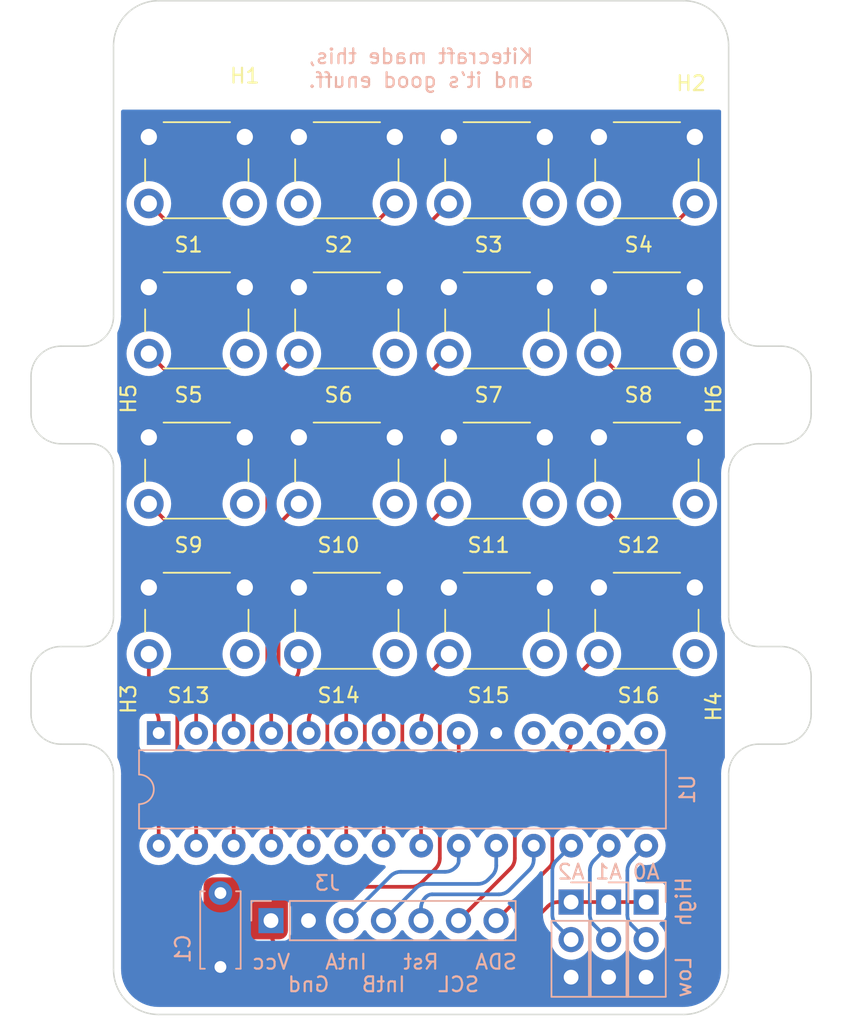
<source format=kicad_pcb>
(kicad_pcb (version 20211014) (generator pcbnew)
  (layers (0 "F.Cu" signal) (31 "B.Cu" signal) (34 "B.Paste" user) (35 "F.Paste" user) (36 "B.SilkS" user "B.Silkscreen") (37 "F.SilkS" user "F.Silkscreen") (38 "B.Mask" user) (39 "F.Mask" user) (44 "Edge.Cuts" user))
  (net 0 "")
  (net 1 "+3V3")
  (net 2 "GND")
  (net 21 "Net-(J3-Pad3)")
  (net 22 "Net-(J3-Pad6)")
  (net 23 "Net-(J3-Pad7)")
  (net 24 "Net-(J3-Pad4)")
  (net 25 "Net-(J3-Pad5)")
  (net 26 "Net-(S1-Pad1)")
  (net 27 "Net-(S2-Pad2)")
  (net 28 "Net-(S3-Pad1)")
  (net 29 "Net-(S4-Pad2)")
  (net 30 "Net-(S5-Pad1)")
  (net 31 "Net-(S6-Pad1)")
  (net 32 "Net-(S7-Pad1)")
  (net 33 "Net-(S8-Pad1)")
  (net 34 "Net-(S9-Pad1)")
  (net 35 "Net-(S10-Pad1)")
  (net 36 "Net-(S11-Pad1)")
  (net 37 "Net-(S12-Pad1)")
  (net 38 "Net-(S13-Pad1)")
  (net 39 "Net-(S14-Pad1)")
  (net 40 "Net-(S15-Pad1)")
  (net 41 "Net-(S16-Pad1)")
  (net 42 "Net-(A0-Pad2)")
  (net 43 "Net-(A1-Pad2)")
  (net 44 "Net-(A2-Pad2)")
  (footprint "Kitecraft_Buttons:SW_PUSH_6mm_H4.3mm" (layer "F.Cu") (at 121.92 87.63 90)
    (fp_text reference "S8" (at -5.08 -0.508) (layer "F.SilkS"))
    (fp_text value "MJTP1230")
    (pad "1" thru_hole circle (at -2.286 -3.198 270) (size 2 2) (drill 1.1) (layers *.Cu *.Mask) (net 33 "Net-(S8-Pad1)"))
    (pad "2" thru_hole circle (at -2.286 3.302 270) (size 2 2) (drill 1.1) (layers *.Cu *.Mask))
    (pad "3" thru_hole circle (at 2.214 -3.198 270) (size 2 2) (drill 1.1) (layers *.Cu *.Mask) (net 2 "GND"))
    (pad "4" thru_hole circle (at 2.214 3.302 270) (size 2 2) (drill 1.1) (layers *.Cu *.Mask) (net 2 "GND"))
  )
  (footprint "Kitecraft_Buttons:SW_PUSH_6mm_H4.3mm" (layer "F.Cu") (at 121.92 107.95 90)
    (fp_text reference "S16" (at -5.08 -0.508) (layer "F.SilkS"))
    (fp_text value "MJTP1230")
    (pad "1" thru_hole circle (at -2.286 -3.198 270) (size 2 2) (drill 1.1) (layers *.Cu *.Mask) (net 41 "Net-(S16-Pad1)"))
    (pad "2" thru_hole circle (at -2.286 3.302 270) (size 2 2) (drill 1.1) (layers *.Cu *.Mask))
    (pad "3" thru_hole circle (at 2.214 -3.198 270) (size 2 2) (drill 1.1) (layers *.Cu *.Mask) (net 2 "GND"))
    (pad "4" thru_hole circle (at 2.214 3.302 270) (size 2 2) (drill 1.1) (layers *.Cu *.Mask) (net 2 "GND"))
  )
  (footprint "Kitecraft_Buttons:SW_PUSH_6mm_H4.3mm" (layer "F.Cu") (at 111.76 107.95 90)
    (fp_text reference "S15" (at -5.08 -0.508) (layer "F.SilkS"))
    (fp_text value "MJTP1230")
    (pad "1" thru_hole circle (at -2.286 -3.198 270) (size 2 2) (drill 1.1) (layers *.Cu *.Mask) (net 40 "Net-(S15-Pad1)"))
    (pad "2" thru_hole circle (at -2.286 3.302 270) (size 2 2) (drill 1.1) (layers *.Cu *.Mask))
    (pad "3" thru_hole circle (at 2.214 -3.198 270) (size 2 2) (drill 1.1) (layers *.Cu *.Mask) (net 2 "GND"))
    (pad "4" thru_hole circle (at 2.214 3.302 270) (size 2 2) (drill 1.1) (layers *.Cu *.Mask) (net 2 "GND"))
  )
  (footprint "Kitecraft_Buttons:SW_PUSH_6mm_H4.3mm" (layer "F.Cu") (at 91.44 87.63 90)
    (fp_text reference "S5" (at -5.08 -0.508) (layer "F.SilkS"))
    (fp_text value "MJTP1230")
    (pad "1" thru_hole circle (at -2.286 -3.198 270) (size 2 2) (drill 1.1) (layers *.Cu *.Mask) (net 30 "Net-(S5-Pad1)"))
    (pad "2" thru_hole circle (at -2.286 3.302 270) (size 2 2) (drill 1.1) (layers *.Cu *.Mask))
    (pad "3" thru_hole circle (at 2.214 -3.198 270) (size 2 2) (drill 1.1) (layers *.Cu *.Mask) (net 2 "GND"))
    (pad "4" thru_hole circle (at 2.214 3.302 270) (size 2 2) (drill 1.1) (layers *.Cu *.Mask) (net 2 "GND"))
  )
  (footprint "Kitecraft_Buttons:SW_PUSH_6mm_H4.3mm" (layer "F.Cu") (at 91.44 97.79 90)
    (fp_text reference "S9" (at -5.08 -0.508) (layer "F.SilkS"))
    (fp_text value "MJTP1230")
    (pad "1" thru_hole circle (at -2.286 -3.198 270) (size 2 2) (drill 1.1) (layers *.Cu *.Mask) (net 34 "Net-(S9-Pad1)"))
    (pad "2" thru_hole circle (at -2.286 3.302 270) (size 2 2) (drill 1.1) (layers *.Cu *.Mask))
    (pad "3" thru_hole circle (at 2.214 -3.198 270) (size 2 2) (drill 1.1) (layers *.Cu *.Mask) (net 2 "GND"))
    (pad "4" thru_hole circle (at 2.214 3.302 270) (size 2 2) (drill 1.1) (layers *.Cu *.Mask) (net 2 "GND"))
  )
  (footprint "Kitecraft_Buttons:SW_PUSH_6mm_H4.3mm" (layer "F.Cu") (at 91.44 107.95 90)
    (fp_text reference "S13" (at -5.08 -0.508) (layer "F.SilkS"))
    (fp_text value "MJTP1230")
    (pad "1" thru_hole circle (at -2.286 -3.198 270) (size 2 2) (drill 1.1) (layers *.Cu *.Mask) (net 38 "Net-(S13-Pad1)"))
    (pad "2" thru_hole circle (at -2.286 3.302 270) (size 2 2) (drill 1.1) (layers *.Cu *.Mask))
    (pad "3" thru_hole circle (at 2.214 -3.198 270) (size 2 2) (drill 1.1) (layers *.Cu *.Mask) (net 2 "GND"))
    (pad "4" thru_hole circle (at 2.214 3.302 270) (size 2 2) (drill 1.1) (layers *.Cu *.Mask) (net 2 "GND"))
  )
  (footprint "MountingHole:MountingHole_2.2mm_M2" (layer "F.Cu") (at 83.312 113.03)
    (fp_text reference "H3" (at 3.556 0.254 90) (layer "F.SilkS"))
    (fp_text value "MountingHole")
    (pad "" np_thru_hole circle (at 0 0) (size 2.2 2.2) (drill 2.2) (layers *.Cu *.Mask))
  )
  (footprint "Kitecraft_Buttons:SW_PUSH_6mm_H4.3mm" (layer "F.Cu") (at 91.44 77.47 90)
    (fp_text reference "S1" (at -5.08 -0.508) (layer "F.SilkS"))
    (fp_text value "MJTP1230")
    (pad "1" thru_hole circle (at -2.286 -3.198 270) (size 2 2) (drill 1.1) (layers *.Cu *.Mask) (net 26 "Net-(S1-Pad1)"))
    (pad "2" thru_hole circle (at -2.286 3.302 270) (size 2 2) (drill 1.1) (layers *.Cu *.Mask))
    (pad "3" thru_hole circle (at 2.214 -3.198 270) (size 2 2) (drill 1.1) (layers *.Cu *.Mask) (net 2 "GND"))
    (pad "4" thru_hole circle (at 2.214 3.302 270) (size 2 2) (drill 1.1) (layers *.Cu *.Mask) (net 2 "GND"))
  )
  (footprint "MountingHole:MountingHole_2.2mm_M2" (layer "F.Cu") (at 83.312 92.71)
    (fp_text reference "H5" (at 3.556 0.254 90) (layer "F.SilkS"))
    (fp_text value "MountingHole")
    (pad "" np_thru_hole circle (at 0 0) (size 2.2 2.2) (drill 2.2) (layers *.Cu *.Mask))
  )
  (footprint "MountingHole:MountingHole_2.2mm_M2" (layer "F.Cu") (at 121.92 69.85)
    (fp_text reference "H2" (at 3.048 1.778) (layer "F.SilkS"))
    (fp_text value "MountingHole")
    (pad "" np_thru_hole circle (at 0 0) (size 2.2 2.2) (drill 2.2) (layers *.Cu *.Mask))
  )
  (footprint "Kitecraft_Buttons:SW_PUSH_6mm_H4.3mm" (layer "F.Cu") (at 101.6 87.63 90)
    (fp_text reference "S6" (at -5.08 -0.508) (layer "F.SilkS"))
    (fp_text value "MJTP1230")
    (pad "1" thru_hole circle (at -2.286 -3.198 270) (size 2 2) (drill 1.1) (layers *.Cu *.Mask) (net 31 "Net-(S6-Pad1)"))
    (pad "2" thru_hole circle (at -2.286 3.302 270) (size 2 2) (drill 1.1) (layers *.Cu *.Mask))
    (pad "3" thru_hole circle (at 2.214 -3.198 270) (size 2 2) (drill 1.1) (layers *.Cu *.Mask) (net 2 "GND"))
    (pad "4" thru_hole circle (at 2.214 3.302 270) (size 2 2) (drill 1.1) (layers *.Cu *.Mask) (net 2 "GND"))
  )
  (footprint "MountingHole:MountingHole_2.2mm_M2" (layer "F.Cu") (at 91.44 69.85)
    (fp_text reference "H1" (at 3.302 1.27) (layer "F.SilkS"))
    (fp_text value "MountingHole")
    (pad "" np_thru_hole circle (at 0 0) (size 2.2 2.2) (drill 2.2) (layers *.Cu *.Mask))
  )
  (footprint "Kitecraft_Buttons:SW_PUSH_6mm_H4.3mm" (layer "F.Cu") (at 111.76 87.63 90)
    (fp_text reference "S7" (at -5.08 -0.508) (layer "F.SilkS"))
    (fp_text value "MJTP1230")
    (pad "1" thru_hole circle (at -2.286 -3.198 270) (size 2 2) (drill 1.1) (layers *.Cu *.Mask) (net 32 "Net-(S7-Pad1)"))
    (pad "2" thru_hole circle (at -2.286 3.302 270) (size 2 2) (drill 1.1) (layers *.Cu *.Mask))
    (pad "3" thru_hole circle (at 2.214 -3.198 270) (size 2 2) (drill 1.1) (layers *.Cu *.Mask) (net 2 "GND"))
    (pad "4" thru_hole circle (at 2.214 3.302 270) (size 2 2) (drill 1.1) (layers *.Cu *.Mask) (net 2 "GND"))
  )
  (footprint "Kitecraft_Buttons:SW_PUSH_6mm_H4.3mm" (layer "F.Cu") (at 111.76 77.47 90)
    (fp_text reference "S3" (at -5.08 -0.508) (layer "F.SilkS"))
    (fp_text value "MJTP1230")
    (pad "1" thru_hole circle (at -2.286 -3.198 270) (size 2 2) (drill 1.1) (layers *.Cu *.Mask) (net 28 "Net-(S3-Pad1)"))
    (pad "2" thru_hole circle (at -2.286 3.302 270) (size 2 2) (drill 1.1) (layers *.Cu *.Mask))
    (pad "3" thru_hole circle (at 2.214 -3.198 270) (size 2 2) (drill 1.1) (layers *.Cu *.Mask) (net 2 "GND"))
    (pad "4" thru_hole circle (at 2.214 3.302 270) (size 2 2) (drill 1.1) (layers *.Cu *.Mask) (net 2 "GND"))
  )
  (footprint "Kitecraft_Buttons:SW_PUSH_6mm_H4.3mm" (layer "F.Cu") (at 101.6 97.79 90)
    (fp_text reference "S10" (at -5.08 -0.508) (layer "F.SilkS"))
    (fp_text value "MJTP1230")
    (pad "1" thru_hole circle (at -2.286 -3.198 270) (size 2 2) (drill 1.1) (layers *.Cu *.Mask) (net 35 "Net-(S10-Pad1)"))
    (pad "2" thru_hole circle (at -2.286 3.302 270) (size 2 2) (drill 1.1) (layers *.Cu *.Mask))
    (pad "3" thru_hole circle (at 2.214 -3.198 270) (size 2 2) (drill 1.1) (layers *.Cu *.Mask) (net 2 "GND"))
    (pad "4" thru_hole circle (at 2.214 3.302 270) (size 2 2) (drill 1.1) (layers *.Cu *.Mask) (net 2 "GND"))
  )
  (footprint "Kitecraft_Buttons:SW_PUSH_6mm_H4.3mm" (layer "F.Cu") (at 111.76 97.79 90)
    (fp_text reference "S11" (at -5.08 -0.508) (layer "F.SilkS"))
    (fp_text value "MJTP1230")
    (pad "1" thru_hole circle (at -2.286 -3.198 270) (size 2 2) (drill 1.1) (layers *.Cu *.Mask) (net 36 "Net-(S11-Pad1)"))
    (pad "2" thru_hole circle (at -2.286 3.302 270) (size 2 2) (drill 1.1) (layers *.Cu *.Mask))
    (pad "3" thru_hole circle (at 2.214 -3.198 270) (size 2 2) (drill 1.1) (layers *.Cu *.Mask) (net 2 "GND"))
    (pad "4" thru_hole circle (at 2.214 3.302 270) (size 2 2) (drill 1.1) (layers *.Cu *.Mask) (net 2 "GND"))
  )
  (footprint "MountingHole:MountingHole_2.2mm_M2" (layer "F.Cu") (at 130.048 92.71)
    (fp_text reference "H6" (at -3.556 0.254 90) (layer "F.SilkS"))
    (fp_text value "MountingHole")
    (pad "" np_thru_hole circle (at 0 0) (size 2.2 2.2) (drill 2.2) (layers *.Cu *.Mask))
  )
  (footprint "MountingHole:MountingHole_2.2mm_M2" (layer "F.Cu") (at 130.048 113.03)
    (fp_text reference "H4" (at -3.556 0.762 90) (layer "F.SilkS"))
    (fp_text value "MountingHole")
    (pad "" np_thru_hole circle (at 0 0) (size 2.2 2.2) (drill 2.2) (layers *.Cu *.Mask))
  )
  (footprint "Kitecraft_Buttons:SW_PUSH_6mm_H4.3mm" (layer "F.Cu") (at 121.92 97.79 90)
    (fp_text reference "S12" (at -5.08 -0.508) (layer "F.SilkS"))
    (fp_text value "MJTP1230")
    (pad "1" thru_hole circle (at -2.286 -3.198 270) (size 2 2) (drill 1.1) (layers *.Cu *.Mask) (net 37 "Net-(S12-Pad1)"))
    (pad "2" thru_hole circle (at -2.286 3.302 270) (size 2 2) (drill 1.1) (layers *.Cu *.Mask))
    (pad "3" thru_hole circle (at 2.214 -3.198 270) (size 2 2) (drill 1.1) (layers *.Cu *.Mask) (net 2 "GND"))
    (pad "4" thru_hole circle (at 2.214 3.302 270) (size 2 2) (drill 1.1) (layers *.Cu *.Mask) (net 2 "GND"))
  )
  (footprint "Kitecraft_Buttons:SW_PUSH_6mm_H4.3mm" (layer "F.Cu") (at 121.92 77.47 90)
    (fp_text reference "S4" (at -5.08 -0.508) (layer "F.SilkS"))
    (fp_text value "MJTP1230")
    (pad "1" thru_hole circle (at -2.286 -3.198 270) (size 2 2) (drill 1.1) (layers *.Cu *.Mask))
    (pad "2" thru_hole circle (at -2.286 3.302 270) (size 2 2) (drill 1.1) (layers *.Cu *.Mask) (net 29 "Net-(S4-Pad2)"))
    (pad "3" thru_hole circle (at 2.214 -3.198 270) (size 2 2) (drill 1.1) (layers *.Cu *.Mask) (net 2 "GND"))
    (pad "4" thru_hole circle (at 2.214 3.302 270) (size 2 2) (drill 1.1) (layers *.Cu *.Mask) (net 2 "GND"))
  )
  (footprint "Kitecraft_Buttons:SW_PUSH_6mm_H4.3mm" (layer "F.Cu") (at 101.6 107.95 90)
    (fp_text reference "S14" (at -5.08 -0.508) (layer "F.SilkS"))
    (fp_text value "MJTP1230")
    (pad "1" thru_hole circle (at -2.286 -3.198 270) (size 2 2) (drill 1.1) (layers *.Cu *.Mask) (net 39 "Net-(S14-Pad1)"))
    (pad "2" thru_hole circle (at -2.286 3.302 270) (size 2 2) (drill 1.1) (layers *.Cu *.Mask))
    (pad "3" thru_hole circle (at 2.214 -3.198 270) (size 2 2) (drill 1.1) (layers *.Cu *.Mask) (net 2 "GND"))
    (pad "4" thru_hole circle (at 2.214 3.302 270) (size 2 2) (drill 1.1) (layers *.Cu *.Mask) (net 2 "GND"))
  )
  (footprint "Kitecraft_Buttons:SW_PUSH_6mm_H4.3mm" (layer "F.Cu") (at 101.6 77.47 90)
    (fp_text reference "S2" (at -5.08 -0.508) (layer "F.SilkS"))
    (fp_text value "MJTP1230")
    (pad "1" thru_hole circle (at -2.286 -3.198 270) (size 2 2) (drill 1.1) (layers *.Cu *.Mask))
    (pad "2" thru_hole circle (at -2.286 3.302 270) (size 2 2) (drill 1.1) (layers *.Cu *.Mask) (net 27 "Net-(S2-Pad2)"))
    (pad "3" thru_hole circle (at 2.214 -3.198 270) (size 2 2) (drill 1.1) (layers *.Cu *.Mask) (net 2 "GND"))
    (pad "4" thru_hole circle (at 2.214 3.302 270) (size 2 2) (drill 1.1) (layers *.Cu *.Mask) (net 2 "GND"))
  )
  (footprint "Connector_PinHeader_2.54mm:PinHeader_1x07_P2.54mm_Vertical" (layer "B.Cu") (at 96.515 128.27 -90)
    (fp_text reference "J3" (at -2.54 -3.815) (layer "B.SilkS") (effects (justify mirror)))
    (fp_text value "Conn_01x07")
    (pad "1" thru_hole rect (at 0 0 270) (size 1.7 1.7) (drill 1) (layers *.Cu *.Mask) (net 1 "+3V3"))
    (pad "2" thru_hole oval (at 0 -2.54 270) (size 1.7 1.7) (drill 1) (layers *.Cu *.Mask) (net 2 "GND"))
    (pad "3" thru_hole oval (at 0 -5.08 270) (size 1.7 1.7) (drill 1) (layers *.Cu *.Mask) (net 21 "Net-(J3-Pad3)"))
    (pad "4" thru_hole oval (at 0 -7.62 270) (size 1.7 1.7) (drill 1) (layers *.Cu *.Mask) (net 24 "Net-(J3-Pad4)"))
    (pad "5" thru_hole oval (at 0 -10.16 270) (size 1.7 1.7) (drill 1) (layers *.Cu *.Mask) (net 25 "Net-(J3-Pad5)"))
    (pad "6" thru_hole oval (at 0 -12.7 270) (size 1.7 1.7) (drill 1) (layers *.Cu *.Mask) (net 22 "Net-(J3-Pad6)"))
    (pad "7" thru_hole oval (at 0 -15.24 270) (size 1.7 1.7) (drill 1) (layers *.Cu *.Mask) (net 23 "Net-(J3-Pad7)"))
  )
  (footprint "Capacitor_THT:C_Disc_D5.0mm_W2.5mm_P5.00mm" (layer "B.Cu") (at 93.091 126.405 -90)
    (fp_text reference "C1" (at 3.77 2.54 -90) (layer "B.SilkS") (effects (justify mirror)))
    (fp_text value "C")
    (pad "1" thru_hole circle (at 0 0 270) (size 1.6 1.6) (drill 0.8) (layers *.Cu *.Mask) (net 1 "+3V3"))
    (pad "2" thru_hole circle (at 5 0 270) (size 1.6 1.6) (drill 0.8) (layers *.Cu *.Mask) (net 2 "GND"))
  )
  (footprint "Kitecraft_Package_DIP:DIP-28_W7.62mm_WithSocket" (layer "B.Cu") (at 88.91 115.58 -90)
    (fp_text reference "U1" (at 3.81 -35.804 90) (layer "B.SilkS") (effects (justify mirror)))
    (fp_text value "MCP23017_SP")
    (pad "1" thru_hole rect (at 0 0 270) (size 1.6 1.6) (drill 0.8) (layers *.Cu *.Mask) (net 38 "Net-(S13-Pad1)"))
    (pad "2" thru_hole oval (at 0 -2.54 270) (size 1.6 1.6) (drill 0.8) (layers *.Cu *.Mask) (net 30 "Net-(S5-Pad1)"))
    (pad "3" thru_hole oval (at 0 -5.08 270) (size 1.6 1.6) (drill 0.8) (layers *.Cu *.Mask) (net 31 "Net-(S6-Pad1)"))
    (pad "4" thru_hole oval (at 0 -7.62 270) (size 1.6 1.6) (drill 0.8) (layers *.Cu *.Mask) (net 39 "Net-(S14-Pad1)"))
    (pad "5" thru_hole oval (at 0 -10.16 270) (size 1.6 1.6) (drill 0.8) (layers *.Cu *.Mask) (net 28 "Net-(S3-Pad1)"))
    (pad "6" thru_hole oval (at 0 -12.7 270) (size 1.6 1.6) (drill 0.8) (layers *.Cu *.Mask) (net 36 "Net-(S11-Pad1)"))
    (pad "7" thru_hole oval (at 0 -15.24 270) (size 1.6 1.6) (drill 0.8) (layers *.Cu *.Mask) (net 41 "Net-(S16-Pad1)"))
    (pad "8" thru_hole oval (at 0 -17.78 270) (size 1.6 1.6) (drill 0.8) (layers *.Cu *.Mask) (net 33 "Net-(S8-Pad1)"))
    (pad "9" thru_hole oval (at 0 -20.32 270) (size 1.6 1.6) (drill 0.8) (layers *.Cu *.Mask) (net 1 "+3V3"))
    (pad "10" thru_hole oval (at 0 -22.86 270) (size 1.6 1.6) (drill 0.8) (layers *.Cu *.Mask) (net 2 "GND"))
    (pad "11" thru_hole oval (at 0 -25.4 270) (size 1.6 1.6) (drill 0.8) (layers *.Cu *.Mask))
    (pad "12" thru_hole oval (at 0 -27.94 270) (size 1.6 1.6) (drill 0.8) (layers *.Cu *.Mask) (net 22 "Net-(J3-Pad6)"))
    (pad "13" thru_hole oval (at 0 -30.48 270) (size 1.6 1.6) (drill 0.8) (layers *.Cu *.Mask) (net 23 "Net-(J3-Pad7)"))
    (pad "14" thru_hole oval (at 0 -33.02 270) (size 1.6 1.6) (drill 0.8) (layers *.Cu *.Mask))
    (pad "15" thru_hole oval (at 7.62 -33.02 270) (size 1.6 1.6) (drill 0.8) (layers *.Cu *.Mask) (net 42 "Net-(A0-Pad2)"))
    (pad "16" thru_hole oval (at 7.62 -30.48 270) (size 1.6 1.6) (drill 0.8) (layers *.Cu *.Mask) (net 43 "Net-(A1-Pad2)"))
    (pad "17" thru_hole oval (at 7.62 -27.94 270) (size 1.6 1.6) (drill 0.8) (layers *.Cu *.Mask) (net 44 "Net-(A2-Pad2)"))
    (pad "18" thru_hole oval (at 7.62 -25.4 270) (size 1.6 1.6) (drill 0.8) (layers *.Cu *.Mask) (net 25 "Net-(J3-Pad5)"))
    (pad "19" thru_hole oval (at 7.62 -22.86 270) (size 1.6 1.6) (drill 0.8) (layers *.Cu *.Mask) (net 24 "Net-(J3-Pad4)"))
    (pad "20" thru_hole oval (at 7.62 -20.32 270) (size 1.6 1.6) (drill 0.8) (layers *.Cu *.Mask) (net 21 "Net-(J3-Pad3)"))
    (pad "21" thru_hole oval (at 7.62 -17.78 270) (size 1.6 1.6) (drill 0.8) (layers *.Cu *.Mask) (net 29 "Net-(S4-Pad2)"))
    (pad "22" thru_hole oval (at 7.62 -15.24 270) (size 1.6 1.6) (drill 0.8) (layers *.Cu *.Mask) (net 37 "Net-(S12-Pad1)"))
    (pad "23" thru_hole oval (at 7.62 -12.7 270) (size 1.6 1.6) (drill 0.8) (layers *.Cu *.Mask) (net 40 "Net-(S15-Pad1)"))
    (pad "24" thru_hole oval (at 7.62 -10.16 270) (size 1.6 1.6) (drill 0.8) (layers *.Cu *.Mask) (net 32 "Net-(S7-Pad1)"))
    (pad "25" thru_hole oval (at 7.62 -7.62 270) (size 1.6 1.6) (drill 0.8) (layers *.Cu *.Mask) (net 27 "Net-(S2-Pad2)"))
    (pad "26" thru_hole oval (at 7.62 -5.08 270) (size 1.6 1.6) (drill 0.8) (layers *.Cu *.Mask) (net 35 "Net-(S10-Pad1)"))
    (pad "27" thru_hole oval (at 7.62 -2.54 270) (size 1.6 1.6) (drill 0.8) (layers *.Cu *.Mask) (net 26 "Net-(S1-Pad1)"))
    (pad "28" thru_hole oval (at 7.62 0 270) (size 1.6 1.6) (drill 0.8) (layers *.Cu *.Mask) (net 34 "Net-(S9-Pad1)"))
  )
  (footprint "Connector_PinHeader_2.54mm:PinHeader_1x03_P2.54mm_Vertical" (layer "B.Cu") (at 119.38 127.015 180)
    (fp_text reference "A1" (at 0 2.047) (layer "B.SilkS") (effects (justify mirror)))
    (fp_text value "Conn_01x03")
    (pad "1" thru_hole rect (at 0 0 180) (size 1.7 1.7) (drill 1) (layers *.Cu *.Mask) (net 1 "+3V3"))
    (pad "2" thru_hole oval (at 0 -2.54 180) (size 1.7 1.7) (drill 1) (layers *.Cu *.Mask) (net 43 "Net-(A1-Pad2)"))
    (pad "3" thru_hole oval (at 0 -5.08 180) (size 1.7 1.7) (drill 1) (layers *.Cu *.Mask) (net 2 "GND"))
  )
  (footprint "Connector_PinHeader_2.54mm:PinHeader_1x03_P2.54mm_Vertical" (layer "B.Cu") (at 116.84 127.015 180)
    (fp_text reference "A2" (at 0 2.047) (layer "B.SilkS") (effects (justify mirror)))
    (fp_text value "Conn_01x03")
    (pad "1" thru_hole rect (at 0 0 180) (size 1.7 1.7) (drill 1) (layers *.Cu *.Mask) (net 1 "+3V3"))
    (pad "2" thru_hole oval (at 0 -2.54 180) (size 1.7 1.7) (drill 1) (layers *.Cu *.Mask) (net 44 "Net-(A2-Pad2)"))
    (pad "3" thru_hole oval (at 0 -5.08 180) (size 1.7 1.7) (drill 1) (layers *.Cu *.Mask) (net 2 "GND"))
  )
  (footprint "Connector_PinHeader_2.54mm:PinHeader_1x03_P2.54mm_Vertical" (layer "B.Cu") (at 121.92 127.015 180)
    (fp_text reference "A0" (at 0 2.047) (layer "B.SilkS") (effects (justify mirror)))
    (fp_text value "Conn_01x03")
    (pad "1" thru_hole rect (at 0 0 180) (size 1.7 1.7) (drill 1) (layers *.Cu *.Mask) (net 1 "+3V3"))
    (pad "2" thru_hole oval (at 0 -2.54 180) (size 1.7 1.7) (drill 1) (layers *.Cu *.Mask) (net 42 "Net-(A0-Pad2)"))
    (pad "3" thru_hole oval (at 0 -5.08 180) (size 1.7 1.7) (drill 1) (layers *.Cu *.Mask) (net 2 "GND"))
  )
  (gr_line (start 129.54 89.408) (end 131.064 89.408) (layer "Edge.Cuts") (width 0.1))
  (gr_arc (start 127.508 131.572) (mid 126.615261 133.727261) (end 124.46 134.62) (layer "Edge.Cuts") (width 0.1))
  (gr_arc (start 83.82 116.332) (mid 85.256841 116.927159) (end 85.852 118.364) (layer "Edge.Cuts") (width 0.1))
  (gr_line (start 83.82 89.408) (end 82.296 89.408) (layer "Edge.Cuts") (width 0.1))
  (gr_arc (start 129.54 89.408) (mid 128.103159 88.812841) (end 127.508 87.376) (layer "Edge.Cuts") (width 0.1))
  (gr_line (start 85.852 69.088) (end 85.852 87.376) (layer "Edge.Cuts") (width 0.1))
  (gr_arc (start 127.508 118.364) (mid 128.103159 116.927159) (end 129.54 116.332) (layer "Edge.Cuts") (width 0.1))
  (gr_line (start 80.264 91.44) (end 80.264 93.98) (layer "Edge.Cuts") (width 0.1))
  (gr_arc (start 82.296 116.332) (mid 80.859159 115.736841) (end 80.264 114.3) (layer "Edge.Cuts") (width 0.1))
  (gr_arc (start 131.064 109.728) (mid 132.500841 110.323159) (end 133.096 111.76) (layer "Edge.Cuts") (width 0.1))
  (gr_line (start 133.096 111.76) (end 133.096 114.3) (layer "Edge.Cuts") (width 0.1))
  (gr_arc (start 131.064 89.408) (mid 132.500841 90.003159) (end 133.096 91.44) (layer "Edge.Cuts") (width 0.1))
  (gr_arc (start 88.9 134.62) (mid 86.744739 133.727261) (end 85.852 131.572) (layer "Edge.Cuts") (width 0.1))
  (gr_line (start 83.82 109.728) (end 82.296 109.728) (layer "Edge.Cuts") (width 0.1))
  (gr_line (start 82.296 96.012) (end 84.328 96.012) (layer "Edge.Cuts") (width 0.1))
  (gr_arc (start 80.264 91.44) (mid 80.859159 90.003159) (end 82.296 89.408) (layer "Edge.Cuts") (width 0.1))
  (gr_arc (start 85.852 69.088) (mid 86.744739 66.932739) (end 88.9 66.04) (layer "Edge.Cuts") (width 0.1))
  (gr_line (start 131.064 96.012) (end 129.54 96.012) (layer "Edge.Cuts") (width 0.1))
  (gr_line (start 124.46 66.04) (end 88.9 66.04) (layer "Edge.Cuts") (width 0.1))
  (gr_line (start 129.54 109.728) (end 131.064 109.728) (layer "Edge.Cuts") (width 0.1))
  (gr_arc (start 133.096 93.98) (mid 132.500841 95.416841) (end 131.064 96.012) (layer "Edge.Cuts") (width 0.1))
  (gr_arc (start 85.852 87.376) (mid 85.256841 88.812841) (end 83.82 89.408) (layer "Edge.Cuts") (width 0.1))
  (gr_line (start 131.064 116.332) (end 129.54 116.332) (layer "Edge.Cuts") (width 0.1))
  (gr_line (start 127.508 118.364) (end 127.508 131.572) (layer "Edge.Cuts") (width 0.1))
  (gr_arc (start 133.096 114.3) (mid 132.500841 115.736841) (end 131.064 116.332) (layer "Edge.Cuts") (width 0.1))
  (gr_arc (start 82.296 96.012) (mid 80.859159 95.416841) (end 80.264 93.98) (layer "Edge.Cuts") (width 0.1))
  (gr_line (start 85.852 97.536) (end 85.852 107.696) (layer "Edge.Cuts") (width 0.1))
  (gr_arc (start 84.328 96.012) (mid 85.40563 96.45837) (end 85.852 97.536) (layer "Edge.Cuts") (width 0.1))
  (gr_arc (start 124.46 66.04) (mid 126.615261 66.932739) (end 127.508 69.088) (layer "Edge.Cuts") (width 0.1))
  (gr_line (start 127.508 87.376) (end 127.508 69.088) (layer "Edge.Cuts") (width 0.1))
  (gr_line (start 88.9 134.62) (end 124.46 134.62) (layer "Edge.Cuts") (width 0.1))
  (gr_line (start 85.852 118.364) (end 85.852 131.572) (layer "Edge.Cuts") (width 0.1))
  (gr_line (start 127.508 98.044) (end 127.508 107.696) (layer "Edge.Cuts") (width 0.1))
  (gr_line (start 80.264 111.76) (end 80.264 114.3) (layer "Edge.Cuts") (width 0.1))
  (gr_line (start 82.296 116.332) (end 83.82 116.332) (layer "Edge.Cuts") (width 0.1))
  (gr_arc (start 80.264 111.76) (mid 80.859159 110.323159) (end 82.296 109.728) (layer "Edge.Cuts") (width 0.1))
  (gr_arc (start 85.852 107.696) (mid 85.256841 109.132841) (end 83.82 109.728) (layer "Edge.Cuts") (width 0.1))
  (gr_arc (start 127.508 98.044) (mid 128.103159 96.607159) (end 129.54 96.012) (layer "Edge.Cuts") (width 0.1))
  (gr_line (start 133.096 91.44) (end 133.096 93.98) (layer "Edge.Cuts") (width 0.1))
  (gr_arc (start 129.54 109.728) (mid 128.103159 109.132841) (end 127.508 107.696) (layer "Edge.Cuts") (width 0.1))
  (gr_text "Rst" (at 106.68 131.064) (layer "B.SilkS") (effects (font (size 1 1)) (justify mirror)))
  (gr_text "Low" (at 124.46 132.08 90) (layer "B.SilkS") (effects (font (size 1 1)) (justify mirror)))
  (gr_text "IntA" (at 101.6 131.064) (layer "B.SilkS") (effects (font (size 1 1)) (justify mirror)))
  (gr_text "Vcc" (at 96.52 131.064) (layer "B.SilkS") (effects (font (size 1 1)) (justify mirror)))
  (gr_text "High" (at 124.46 127 90) (layer "B.SilkS") (effects (font (size 1 1)) (justify mirror)))
  (gr_text "Gnd" (at 99.06 132.588) (layer "B.SilkS") (effects (font (size 1 1)) (justify mirror)))
  (gr_text "SDA\n" (at 111.76 131.064) (layer "B.SilkS") (effects (font (size 1 1)) (justify mirror)))
  (gr_text "Kitecraft made this,\nand it's good enuff." (at 106.68 70.612) (layer "B.SilkS") (effects (font (size 1 1)) (justify mirror)))
  (gr_text "SCL" (at 109.22 132.588) (layer "B.SilkS") (effects (font (size 1 1)) (justify mirror)))
  (gr_text "IntB" (at 104.14 132.588) (layer "B.SilkS") (effects (font (size 1 1)) (justify mirror)))
  (segment (start 108.937107 120.424893) (end 108.242893 121.119107) (width 0.25) (layer "F.Cu") (net 1))
  (segment (start 97.497107 130.517107) (end 96.807893 129.827893) (width 0.25) (layer "F.Cu") (net 1))
  (segment (start 115.262107 127.307893) (end 114.592893 127.977107) (width 0.25) (layer "F.Cu") (net 1))
  (segment (start 109.23 115.58) (end 109.23 119.717786) (width 0.25) (layer "F.Cu") (net 1))
  (segment (start 96.989107 126.276893) (end 96.807893 126.458107) (width 0.25) (layer "F.Cu") (net 1))
  (segment (start 114.3 128.684214) (end 114.3 129.81) (width 0.25) (layer "F.Cu") (net 1))
  (segment (start 119.38 127.015) (end 121.92 127.015) (width 0.25) (layer "F.Cu") (net 1))
  (segment (start 116.84 127.015) (end 119.38 127.015) (width 0.25) (layer "F.Cu") (net 1))
  (segment (start 107.657107 124.752893) (end 106.718893 125.691107) (width 0.25) (layer "F.Cu") (net 1))
  (segment (start 107.95 121.826214) (end 107.95 124.045786) (width 0.25) (layer "F.Cu") (net 1))
  (segment (start 96.515 129.120786) (end 96.515 128.27) (width 0.25) (layer "F.Cu") (net 1))
  (segment (start 116.84 127.015) (end 115.969214 127.015) (width 0.25) (layer "F.Cu") (net 1))
  (segment (start 113.3 130.81) (end 98.204214 130.81) (width 0.25) (layer "F.Cu") (net 1))
  (segment (start 96.515 127.165214) (end 96.515 128.27) (width 0.25) (layer "F.Cu") (net 1))
  (segment (start 106.011786 125.984) (end 97.696214 125.984) (width 0.25) (layer "F.Cu") (net 1))
  (arc (start 115.969214 127.015) (mid 115.586531 127.09112) (end 115.262107 127.307893) (width 0.25) (layer "F.Cu") (net 1))
  (arc (start 97.696214 125.984) (mid 97.313531 126.06012) (end 96.989107 126.276893) (width 0.25) (layer "F.Cu") (net 1))
  (arc (start 96.807893 129.827893) (mid 96.59112 129.503469) (end 96.515 129.120786) (width 0.25) (layer "F.Cu") (net 1))
  (arc (start 108.242893 121.119107) (mid 108.02612 121.44353) (end 107.95 121.826214) (width 0.25) (layer "F.Cu") (net 1))
  (arc (start 98.204214 130.81) (mid 97.821531 130.73388) (end 97.497107 130.517107) (width 0.25) (layer "F.Cu") (net 1))
  (arc (start 96.515 127.165214) (mid 96.59112 126.782531) (end 96.807893 126.458107) (width 0.25) (layer "F.Cu") (net 1))
  (arc (start 113.3 130.81) (mid 114.007107 130.517107) (end 114.3 129.81) (width 0.25) (layer "F.Cu") (net 1))
  (arc (start 114.3 128.684214) (mid 114.37612 128.301531) (end 114.592893 127.977107) (width 0.25) (layer "F.Cu") (net 1))
  (arc (start 108.937107 120.424893) (mid 109.15388 120.10047) (end 109.23 119.717786) (width 0.25) (layer "F.Cu") (net 1))
  (arc (start 106.011786 125.984) (mid 106.394469 125.90788) (end 106.718893 125.691107) (width 0.25) (layer "F.Cu") (net 1))
  (arc (start 107.95 124.045786) (mid 107.87388 124.428469) (end 107.657107 124.752893) (width 0.25) (layer "F.Cu") (net 1))
  (segment (start 94.742 85.416) (end 98.402 85.416) (width 0.25) (layer "B.Cu") (net 2))
  (segment (start 109.23 123.2) (end 109.23 124.201472) (width 0.25) (layer "B.Cu") (net 21))
  (segment (start 109.054264 124.625736) (end 109.004893 124.675107) (width 0.25) (layer "B.Cu") (net 21))
  (segment (start 108.297786 124.968) (end 105.311214 124.968) (width 0.25) (layer "B.Cu") (net 21))
  (segment (start 104.604107 125.260893) (end 101.595 128.27) (width 0.25) (layer "B.Cu") (net 21))
  (arc (start 109.23 124.201472) (mid 109.184328 124.431082) (end 109.054264 124.625736) (width 0.25) (layer "B.Cu") (net 21))
  (arc (start 104.604107 125.260893) (mid 104.92853 125.04412) (end 105.311214 124.968) (width 0.25) (layer "B.Cu") (net 21))
  (arc (start 109.004893 124.675107) (mid 108.68047 124.89188) (end 108.297786 124.968) (width 0.25) (layer "B.Cu") (net 21))
  (segment (start 116.85 116.161786) (end 116.85 115.58) (width 0.25) (layer "F.Cu") (net 22))
  (segment (start 109.215 128.27) (end 112.737107 124.747893) (width 0.25) (layer "F.Cu") (net 22))
  (segment (start 113.03 124.040786) (end 113.03 120.810214) (width 0.25) (layer "F.Cu") (net 22))
  (segment (start 113.322893 120.103107) (end 116.557107 116.868893) (width 0.25) (layer "F.Cu") (net 22))
  (arc (start 116.557107 116.868893) (mid 116.77388 116.54447) (end 116.85 116.161786) (width 0.25) (layer "F.Cu") (net 22))
  (arc (start 113.03 120.810214) (mid 113.10612 120.427531) (end 113.322893 120.103107) (width 0.25) (layer "F.Cu") (net 22))
  (arc (start 113.03 124.040786) (mid 112.95388 124.423469) (end 112.737107 124.747893) (width 0.25) (layer "F.Cu") (net 22))
  (segment (start 119.39 115.58) (end 119.39 116.415786) (width 0.25) (layer "F.Cu") (net 23))
  (segment (start 119.097107 117.122893) (end 115.862893 120.357107) (width 0.25) (layer "F.Cu") (net 23))
  (segment (start 115.57 121.064214) (end 115.57 124.211472) (width 0.25) (layer "F.Cu") (net 23))
  (segment (start 114.3 125.73) (end 114.295 125.73) (width 0.25) (layer "F.Cu") (net 23))
  (segment (start 115.394264 124.635736) (end 114.3 125.73) (width 0.25) (layer "F.Cu") (net 23))
  (segment (start 114.295 125.73) (end 111.755 128.27) (width 0.25) (layer "F.Cu") (net 23))
  (arc (start 115.862893 120.357107) (mid 115.64612 120.68153) (end 115.57 121.064214) (width 0.25) (layer "F.Cu") (net 23))
  (arc (start 115.394264 124.635736) (mid 115.524328 124.441082) (end 115.57 124.211472) (width 0.25) (layer "F.Cu") (net 23))
  (arc (start 119.097107 117.122893) (mid 119.31388 116.79847) (end 119.39 116.415786) (width 0.25) (layer "F.Cu") (net 23))
  (segment (start 107.030734 125.78848) (end 110.525306 125.78848) (width 0.25) (layer "B.Cu") (net 24))
  (segment (start 104.135 128.27) (end 106.323627 126.081373) (width 0.25) (layer "B.Cu") (net 24))
  (segment (start 111.77 124.543786) (end 111.77 123.2) (width 0.25) (layer "B.Cu") (net 24))
  (segment (start 111.232413 125.495587) (end 111.477107 125.250893) (width 0.25) (layer "B.Cu") (net 24))
  (arc (start 106.323627 126.081373) (mid 106.64805 125.8646) (end 107.030734 125.78848) (width 0.25) (layer "B.Cu") (net 24))
  (arc (start 111.477107 125.250893) (mid 111.69388 124.92647) (end 111.77 124.543786) (width 0.25) (layer "B.Cu") (net 24))
  (arc (start 110.525306 125.78848) (mid 110.907989 125.71236) (end 111.232413 125.495587) (width 0.25) (layer "B.Cu") (net 24))
  (segment (start 107.436528 126.492) (end 111.947572 126.492) (width 0.25) (layer "B.Cu") (net 25))
  (segment (start 106.675 128.27) (end 106.675 127.419214) (width 0.25) (layer "B.Cu") (net 25))
  (segment (start 114.31 124.129572) (end 114.31 123.2) (width 0.25) (layer "B.Cu") (net 25))
  (segment (start 106.967893 126.712107) (end 107.012264 126.667736) (width 0.25) (layer "B.Cu") (net 25))
  (segment (start 112.654679 126.199107) (end 114.017107 124.836679) (width 0.25) (layer "B.Cu") (net 25))
  (arc (start 106.967893 126.712107) (mid 106.75112 127.03653) (end 106.675 127.419214) (width 0.25) (layer "B.Cu") (net 25))
  (arc (start 107.012264 126.667736) (mid 107.206918 126.537672) (end 107.436528 126.492) (width 0.25) (layer "B.Cu") (net 25))
  (arc (start 114.31 124.129572) (mid 114.23388 124.512255) (end 114.017107 124.836679) (width 0.25) (layer "B.Cu") (net 25))
  (arc (start 111.947572 126.492) (mid 112.330255 126.41588) (end 112.654679 126.199107) (width 0.25) (layer "B.Cu") (net 25))
  (segment (start 92.71 84.638214) (end 92.71 118.965786) (width 0.25) (layer "F.Cu") (net 26))
  (segment (start 92.417107 119.672893) (end 91.732893 120.357107) (width 0.25) (layer "F.Cu") (net 26))
  (segment (start 91.45 121.93) (end 91.45 123.2) (width 0.25) (layer "F.Cu") (net 26))
  (segment (start 88.242 79.756) (end 92.417107 83.931107) (width 0.25) (layer "F.Cu") (net 26))
  (segment (start 91.44 121.92) (end 91.45 121.93) (width 0.25) (layer "F.Cu") (net 26))
  (segment (start 91.44 121.064214) (end 91.44 121.92) (width 0.25) (layer "F.Cu") (net 26))
  (arc (start 92.71 84.638214) (mid 92.63388 84.255531) (end 92.417107 83.931107) (width 0.25) (layer "F.Cu") (net 26))
  (arc (start 91.732893 120.357107) (mid 91.51612 120.68153) (end 91.44 121.064214) (width 0.25) (layer "F.Cu") (net 26))
  (arc (start 92.417107 119.672893) (mid 92.63388 119.34847) (end 92.71 118.965786) (width 0.25) (layer "F.Cu") (net 26))
  (segment (start 104.902 79.756) (end 100.622893 84.035107) (width 0.25) (layer "F.Cu") (net 27))
  (segment (start 100.037107 111.544893) (end 98.082893 113.499107) (width 0.25) (layer "F.Cu") (net 27))
  (segment (start 96.53 121.676) (end 96.53 123.2) (width 0.25) (layer "F.Cu") (net 27))
  (segment (start 96.52 119.286214) (end 96.52 121.666) (width 0.25) (layer "F.Cu") (net 27))
  (segment (start 97.79 114.206214) (end 97.79 117.187786) (width 0.25) (layer "F.Cu") (net 27))
  (segment (start 97.497107 117.894893) (end 96.812893 118.579107) (width 0.25) (layer "F.Cu") (net 27))
  (segment (start 96.52 121.666) (end 96.53 121.676) (width 0.25) (layer "F.Cu") (net 27))
  (segment (start 100.33 84.742214) (end 100.33 110.837786) (width 0.25) (layer "F.Cu") (net 27))
  (arc (start 97.79 117.187786) (mid 97.71388 117.57047) (end 97.497107 117.894893) (width 0.25) (layer "F.Cu") (net 27))
  (arc (start 98.082893 113.499107) (mid 97.86612 113.82353) (end 97.79 114.206214) (width 0.25) (layer "F.Cu") (net 27))
  (arc (start 100.622893 84.035107) (mid 100.40612 84.35953) (end 100.33 84.742214) (width 0.25) (layer "F.Cu") (net 27))
  (arc (start 96.812893 118.579107) (mid 96.59612 118.90353) (end 96.52 119.286214) (width 0.25) (layer "F.Cu") (net 27))
  (arc (start 100.037107 111.544893) (mid 100.25388 111.22047) (end 100.33 110.837786) (width 0.25) (layer "F.Cu") (net 27))
  (segment (start 108.562 79.756) (end 101.638893 86.679107) (width 0.25) (layer "F.Cu") (net 28))
  (segment (start 101.346 87.386214) (end 101.346 111.599786) (width 0.25) (layer "F.Cu") (net 28))
  (segment (start 101.053107 112.306893) (end 99.362893 113.997107) (width 0.25) (layer "F.Cu") (net 28))
  (segment (start 99.07 114.704214) (end 99.07 115.58) (width 0.25) (layer "F.Cu") (net 28))
  (arc (start 101.053107 112.306893) (mid 101.26988 111.98247) (end 101.346 111.599786) (width 0.25) (layer "F.Cu") (net 28))
  (arc (start 101.346 87.386214) (mid 101.42212 87.003531) (end 101.638893 86.679107) (width 0.25) (layer "F.Cu") (net 28))
  (arc (start 99.362893 113.997107) (mid 99.14612 114.32153) (end 99.07 114.704214) (width 0.25) (layer "F.Cu") (net 28))
  (segment (start 107.95 114.968214) (end 107.95 119.473786) (width 0.25) (layer "F.Cu") (net 29))
  (segment (start 120.743786 113.792) (end 109.126214 113.792) (width 0.25) (layer "F.Cu") (net 29))
  (segment (start 123.19 82.202214) (end 123.19 111.345786) (width 0.25) (layer "F.Cu") (net 29))
  (segment (start 107.657107 120.180893) (end 106.972893 120.865107) (width 0.25) (layer "F.Cu") (net 29))
  (segment (start 125.222 79.756) (end 123.482893 81.495107) (width 0.25) (layer "F.Cu") (net 29))
  (segment (start 106.68 123.19) (end 106.69 123.2) (width 0.25) (layer "F.Cu") (net 29))
  (segment (start 122.897107 112.052893) (end 121.450893 113.499107) (width 0.25) (layer "F.Cu") (net 29))
  (segment (start 106.68 121.572214) (end 106.68 123.19) (width 0.25) (layer "F.Cu") (net 29))
  (segment (start 108.419107 114.084893) (end 108.242893 114.261107) (width 0.25) (layer "F.Cu") (net 29))
  (arc (start 123.482893 81.495107) (mid 123.26612 81.81953) (end 123.19 82.202214) (width 0.25) (layer "F.Cu") (net 29))
  (arc (start 106.972893 120.865107) (mid 106.75612 121.18953) (end 106.68 121.572214) (width 0.25) (layer "F.Cu") (net 29))
  (arc (start 120.743786 113.792) (mid 121.126469 113.71588) (end 121.450893 113.499107) (width 0.25) (layer "F.Cu") (net 29))
  (arc (start 123.19 111.345786) (mid 123.11388 111.728469) (end 122.897107 112.052893) (width 0.25) (layer "F.Cu") (net 29))
  (arc (start 109.126214 113.792) (mid 108.743531 113.86812) (end 108.419107 114.084893) (width 0.25) (layer "F.Cu") (net 29))
  (arc (start 107.657107 120.180893) (mid 107.87388 119.85647) (end 107.95 119.473786) (width 0.25) (layer "F.Cu") (net 29))
  (arc (start 107.95 114.968214) (mid 108.02612 114.585531) (end 108.242893 114.261107) (width 0.25) (layer "F.Cu") (net 29))
  (segment (start 91.45 115.58) (end 91.45 93.538214) (width 0.25) (layer "F.Cu") (net 30))
  (segment (start 88.242 89.916) (end 91.157107 92.831107) (width 0.25) (layer "F.Cu") (net 30))
  (arc (start 91.45 93.538214) (mid 91.37388 93.155531) (end 91.157107 92.831107) (width 0.25) (layer "F.Cu") (net 30))
  (segment (start 93.98 114.3) (end 93.99 114.31) (width 0.25) (layer "F.Cu") (net 31))
  (segment (start 93.98 113.952214) (end 93.98 114.3) (width 0.25) (layer "F.Cu") (net 31))
  (segment (start 93.99 114.31) (end 93.99 115.58) (width 0.25) (layer "F.Cu") (net 31))
  (segment (start 95.973107 111.544893) (end 94.272893 113.245107) (width 0.25) (layer "F.Cu") (net 31))
  (segment (start 98.402 89.916) (end 96.558893 91.759107) (width 0.25) (layer "F.Cu") (net 31))
  (segment (start 96.266 92.466214) (end 96.266 110.837786) (width 0.25) (layer "F.Cu") (net 31))
  (arc (start 93.98 113.952214) (mid 94.05612 113.569531) (end 94.272893 113.245107) (width 0.25) (layer "F.Cu") (net 31))
  (arc (start 96.266 92.466214) (mid 96.34212 92.083531) (end 96.558893 91.759107) (width 0.25) (layer "F.Cu") (net 31))
  (arc (start 96.266 110.837786) (mid 96.18988 111.220469) (end 95.973107 111.544893) (width 0.25) (layer "F.Cu") (net 31))
  (segment (start 102.654893 95.823107) (end 108.562 89.916) (width 0.25) (layer "F.Cu") (net 32))
  (segment (start 100.33 117.441786) (end 100.33 114.460214) (width 0.25) (layer "F.Cu") (net 32))
  (segment (start 99.352893 118.833107) (end 100.037107 118.148893) (width 0.25) (layer "F.Cu") (net 32))
  (segment (start 102.362 111.599786) (end 102.362 96.530214) (width 0.25) (layer "F.Cu") (net 32))
  (segment (start 99.07 121.676) (end 99.06 121.666) (width 0.25) (layer "F.Cu") (net 32))
  (segment (start 99.06 121.666) (end 99.06 119.540214) (width 0.25) (layer "F.Cu") (net 32))
  (segment (start 99.07 123.2) (end 99.07 121.676) (width 0.25) (layer "F.Cu") (net 32))
  (segment (start 100.622893 113.753107) (end 102.069107 112.306893) (width 0.25) (layer "F.Cu") (net 32))
  (arc (start 100.037107 118.148893) (mid 100.25388 117.824469) (end 100.33 117.441786) (width 0.25) (layer "F.Cu") (net 32))
  (arc (start 102.654893 95.823107) (mid 102.43812 96.14753) (end 102.362 96.530214) (width 0.25) (layer "F.Cu") (net 32))
  (arc (start 100.33 114.460214) (mid 100.40612 114.077531) (end 100.622893 113.753107) (width 0.25) (layer "F.Cu") (net 32))
  (arc (start 99.06 119.540214) (mid 99.13612 119.157531) (end 99.352893 118.833107) (width 0.25) (layer "F.Cu") (net 32))
  (arc (start 102.069107 112.306893) (mid 102.28588 111.98247) (end 102.362 111.599786) (width 0.25) (layer "F.Cu") (net 32))
  (segment (start 118.722 89.916) (end 121.881107 93.075107) (width 0.25) (layer "F.Cu") (net 33))
  (segment (start 122.174 111.506) (end 120.688893 112.991107) (width 0.25) (layer "F.Cu") (net 33))
  (segment (start 107.403107 113.576893) (end 106.982893 113.997107) (width 0.25) (layer "F.Cu") (net 33))
  (segment (start 122.174 93.782214) (end 122.174 111.506) (width 0.25) (layer "F.Cu") (net 33))
  (segment (start 119.981786 113.284) (end 108.110214 113.284) (width 0.25) (layer "F.Cu") (net 33))
  (arc (start 119.981786 113.284) (mid 120.364469 113.20788) (end 120.688893 112.991107) (width 0.25) (layer "F.Cu") (net 33))
  (arc (start 107.403107 113.576893) (mid 107.72753 113.36012) (end 108.110214 113.284) (width 0.25) (layer "F.Cu") (net 33))
  (arc (start 106.982893 113.997107) (mid 106.76612 114.32153) (end 106.69 114.704214) (width 0.25) (layer "F.Cu") (net 33))
  (arc (start 121.881107 93.075107) (mid 122.09788 93.39953) (end 122.174 93.782214) (width 0.25) (layer "F.Cu") (net 33))
  (segment (start 89.877107 120.180893) (end 89.192893 120.865107) (width 0.25) (layer "F.Cu") (net 34))
  (segment (start 88.9 121.666) (end 88.91 121.676) (width 0.25) (layer "F.Cu") (net 34))
  (segment (start 90.17 102.418214) (end 90.17 119.473786) (width 0.25) (layer "F.Cu") (net 34))
  (segment (start 88.9 121.572214) (end 88.9 121.666) (width 0.25) (layer "F.Cu") (net 34))
  (segment (start 88.242 100.076) (end 89.877107 101.711107) (width 0.25) (layer "F.Cu") (net 34))
  (segment (start 88.91 121.676) (end 88.91 123.2) (width 0.25) (layer "F.Cu") (net 34))
  (arc (start 90.17 119.473786) (mid 90.09388 119.85647) (end 89.877107 120.180893) (width 0.25) (layer "F.Cu") (net 34))
  (arc (start 89.192893 120.865107) (mid 88.97612 121.18953) (end 88.9 121.572214) (width 0.25) (layer "F.Cu") (net 34))
  (arc (start 90.17 102.418214) (mid 90.09388 102.035531) (end 89.877107 101.711107) (width 0.25) (layer "F.Cu") (net 34))
  (segment (start 97.028 101.45) (end 97.028 111.091786) (width 0.25) (layer "F.Cu") (net 35))
  (segment (start 94.957107 117.640893) (end 94.272893 118.325107) (width 0.25) (layer "F.Cu") (net 35))
  (segment (start 93.98 121.92) (end 93.99 121.93) (width 0.25) (layer "F.Cu") (net 35))
  (segment (start 93.99 121.93) (end 93.99 123.2) (width 0.25) (layer "F.Cu") (net 35))
  (segment (start 96.735107 111.798893) (end 95.542893 112.991107) (width 0.25) (layer "F.Cu") (net 35))
  (segment (start 93.98 119.032214) (end 93.98 121.92) (width 0.25) (layer "F.Cu") (net 35))
  (segment (start 95.25 113.698214) (end 95.25 116.933786) (width 0.25) (layer "F.Cu") (net 35))
  (segment (start 98.402 100.076) (end 97.028 101.45) (width 0.25) (layer "F.Cu") (net 35))
  (arc (start 97.028 111.091786) (mid 96.95188 111.474469) (end 96.735107 111.798893) (width 0.25) (layer "F.Cu") (net 35))
  (arc (start 93.98 119.032214) (mid 94.05612 118.649531) (end 94.272893 118.325107) (width 0.25) (layer "F.Cu") (net 35))
  (arc (start 94.957107 117.640893) (mid 95.17388 117.31647) (end 95.25 116.933786) (width 0.25) (layer "F.Cu") (net 35))
  (arc (start 95.25 113.698214) (mid 95.32612 113.315531) (end 95.542893 112.991107) (width 0.25) (layer "F.Cu") (net 35))
  (segment (start 102.831107 112.306893) (end 101.892893 113.245107) (width 0.25) (layer "F.Cu") (net 36))
  (segment (start 103.124 105.928214) (end 103.124 111.599786) (width 0.25) (layer "F.Cu") (net 36))
  (segment (start 101.6 114.046) (end 101.61 114.056) (width 0.25) (layer "F.Cu") (net 36))
  (segment (start 101.61 114.056) (end 101.61 115.58) (width 0.25) (layer "F.Cu") (net 36))
  (segment (start 101.6 113.952214) (end 101.6 114.046) (width 0.25) (layer "F.Cu") (net 36))
  (segment (start 108.562 100.076) (end 103.416893 105.221107) (width 0.25) (layer "F.Cu") (net 36))
  (arc (start 103.124 111.599786) (mid 103.04788 111.982469) (end 102.831107 112.306893) (width 0.25) (layer "F.Cu") (net 36))
  (arc (start 103.416893 105.221107) (mid 103.20012 105.54553) (end 103.124 105.928214) (width 0.25) (layer "F.Cu") (net 36))
  (arc (start 101.892893 113.245107) (mid 101.67612 113.56953) (end 101.6 113.952214) (width 0.25) (layer "F.Cu") (net 36))
  (segment (start 104.15 123.2) (end 104.15 121.676) (width 0.25) (layer "F.Cu") (net 37))
  (segment (start 105.41 119.38) (end 105.41 114.460214) (width 0.25) (layer "F.Cu") (net 37))
  (segment (start 104.14 121.666) (end 104.14 121.064214) (width 0.25) (layer "F.Cu") (net 37))
  (segment (start 104.15 121.676) (end 104.14 121.666) (width 0.25) (layer "F.Cu") (net 37))
  (segment (start 119.672893 112.483107) (end 120.865107 111.290893) (width 0.25) (layer "F.Cu") (net 37))
  (segment (start 107.094214 112.776) (end 118.965786 112.776) (width 0.25) (layer "F.Cu") (net 37))
  (segment (start 105.702893 113.753107) (end 106.387107 113.068893) (width 0.25) (layer "F.Cu") (net 37))
  (segment (start 104.14 121.064214) (end 105.117107 120.087107) (width 0.25) (layer "F.Cu") (net 37))
  (segment (start 121.158 110.583786) (end 121.158 102.926214) (width 0.25) (layer "F.Cu") (net 37))
  (segment (start 120.865107 102.219107) (end 118.722 100.076) (width 0.25) (layer "F.Cu") (net 37))
  (arc (start 106.387107 113.068893) (mid 106.711531 112.85212) (end 107.094214 112.776) (width 0.25) (layer "F.Cu") (net 37))
  (arc (start 118.965786 112.776) (mid 119.348469 112.69988) (end 119.672893 112.483107) (width 0.25) (layer "F.Cu") (net 37))
  (arc (start 121.158 102.926214) (mid 121.08188 102.543531) (end 120.865107 102.219107) (width 0.25) (layer "F.Cu") (net 37))
  (arc (start 120.865107 111.290893) (mid 121.08188 110.966469) (end 121.158 110.583786) (width 0.25) (layer "F.Cu") (net 37))
  (arc (start 105.41 119.38) (mid 105.33388 119.762683) (end 105.117107 120.087107) (width 0.25) (layer "F.Cu") (net 37))
  (arc (start 105.41 114.460214) (mid 105.48612 114.077531) (end 105.702893 113.753107) (width 0.25) (layer "F.Cu") (net 37))
  (segment (start 88.91 114.724214) (end 88.91 115.58) (width 0.25) (layer "F.Cu") (net 38))
  (segment (start 88.534893 113.934893) (end 88.617107 114.017107) (width 0.25) (layer "F.Cu") (net 38))
  (segment (start 88.242 110.236) (end 88.242 113.227786) (width 0.25) (layer "F.Cu") (net 38))
  (arc (start 88.534893 113.934893) (mid 88.31812 113.61047) (end 88.242 113.227786) (width 0.25) (layer "F.Cu") (net 38))
  (arc (start 88.617107 114.017107) (mid 88.83388 114.34153) (end 88.91 114.724214) (width 0.25) (layer "F.Cu") (net 38))
  (segment (start 96.52 114.3) (end 96.53 114.31) (width 0.25) (layer "F.Cu") (net 39))
  (segment (start 98.109107 111.948893) (end 96.812893 113.245107) (width 0.25) (layer "F.Cu") (net 39))
  (segment (start 96.52 113.952214) (end 96.52 114.3) (width 0.25) (layer "F.Cu") (net 39))
  (segment (start 98.402 110.236) (end 98.402 111.241786) (width 0.25) (layer "F.Cu") (net 39))
  (segment (start 96.53 114.31) (end 96.53 115.58) (width 0.25) (layer "F.Cu") (net 39))
  (arc (start 96.812893 113.245107) (mid 96.59612 113.56953) (end 96.52 113.952214) (width 0.25) (layer "F.Cu") (net 39))
  (arc (start 98.402 111.241786) (mid 98.32588 111.624469) (end 98.109107 111.948893) (width 0.25) (layer "F.Cu") (net 39))
  (segment (start 106.506826 111.87696) (end 105.199254 111.87696) (width 0.25) (layer "F.Cu") (net 40))
  (segment (start 101.6 121.666) (end 101.61 121.676) (width 0.25) (layer "F.Cu") (net 40))
  (segment (start 104.492147 112.169853) (end 103.162893 113.499107) (width 0.25) (layer "F.Cu") (net 40))
  (segment (start 102.87 114.206214) (end 102.87 117.695786) (width 0.25) (layer "F.Cu") (net 40))
  (segment (start 101.6 119.794214) (end 101.6 121.666) (width 0.25) (layer "F.Cu") (net 40))
  (segment (start 102.577107 118.402893) (end 101.892893 119.087107) (width 0.25) (layer "F.Cu") (net 40))
  (segment (start 101.61 121.676) (end 101.61 123.2) (width 0.25) (layer "F.Cu") (net 40))
  (segment (start 108.562 110.236) (end 107.213933 111.584067) (width 0.25) (layer "F.Cu") (net 40))
  (arc (start 105.199254 111.87696) (mid 104.816571 111.95308) (end 104.492147 112.169853) (width 0.25) (layer "F.Cu") (net 40))
  (arc (start 107.213933 111.584067) (mid 106.88951 111.80084) (end 106.506826 111.87696) (width 0.25) (layer "F.Cu") (net 40))
  (arc (start 102.577107 118.402893) (mid 102.79388 118.07847) (end 102.87 117.695786) (width 0.25) (layer "F.Cu") (net 40))
  (arc (start 101.892893 119.087107) (mid 101.67612 119.41153) (end 101.6 119.794214) (width 0.25) (layer "F.Cu") (net 40))
  (arc (start 103.162893 113.499107) (mid 102.94612 113.82353) (end 102.87 114.206214) (width 0.25) (layer "F.Cu") (net 40))
  (segment (start 104.14 113.698214) (end 104.14 114.046) (width 0.25) (layer "F.Cu") (net 41))
  (segment (start 116.217306 112.32648) (end 105.511734 112.32648) (width 0.25) (layer "F.Cu") (net 41))
  (segment (start 104.15 114.056) (end 104.15 115.58) (width 0.25) (layer "F.Cu") (net 41))
  (segment (start 118.722 110.236) (end 116.924413 112.033587) (width 0.25) (layer "F.Cu") (net 41))
  (segment (start 104.14 114.046) (end 104.15 114.056) (width 0.25) (layer "F.Cu") (net 41))
  (segment (start 104.804627 112.619373) (end 104.432893 112.991107) (width 0.25) (layer "F.Cu") (net 41))
  (arc (start 116.924413 112.033587) (mid 116.59999 112.25036) (end 116.217306 112.32648) (width 0.25) (layer "F.Cu") (net 41))
  (arc (start 104.804627 112.619373) (mid 105.12905 112.4026) (end 105.511734 112.32648) (width 0.25) (layer "F.Cu") (net 41))
  (arc (start 104.432893 112.991107) (mid 104.21612 113.31553) (end 104.14 113.698214) (width 0.25) (layer "F.Cu") (net 41))
  (segment (start 120.942893 128.577893) (end 121.92 129.555) (width 0.25) (layer "B.Cu") (net 42))
  (segment (start 121.93 123.2) (end 120.942893 124.187107) (width 0.25) (layer "B.Cu") (net 42))
  (segment (start 120.65 124.894214) (end 120.65 127.870786) (width 0.25) (layer "B.Cu") (net 42))
  (arc (start 120.942893 124.187107) (mid 120.72612 124.51153) (end 120.65 124.894214) (width 0.25) (layer "B.Cu") (net 42))
  (arc (start 120.942893 128.577893) (mid 120.72612 128.25347) (end 120.65 127.870786) (width 0.25) (layer "B.Cu") (net 42))
  (segment (start 118.402893 128.577893) (end 119.38 129.555) (width 0.25) (layer "B.Cu") (net 43))
  (segment (start 118.11 124.894214) (end 118.11 127.870786) (width 0.25) (layer "B.Cu") (net 43))
  (segment (start 119.39 123.2) (end 118.402893 124.187107) (width 0.25) (layer "B.Cu") (net 43))
  (arc (start 118.402893 128.577893) (mid 118.18612 128.25347) (end 118.11 127.870786) (width 0.25) (layer "B.Cu") (net 43))
  (arc (start 118.402893 124.187107) (mid 118.18612 124.51153) (end 118.11 124.894214) (width 0.25) (layer "B.Cu") (net 43))
  (segment (start 116.85 123.2) (end 115.862893 124.187107) (width 0.25) (layer "B.Cu") (net 44))
  (segment (start 115.57 124.894214) (end 115.57 127.870786) (width 0.25) (layer "B.Cu") (net 44))
  (segment (start 115.862893 128.577893) (end 116.84 129.555) (width 0.25) (layer "B.Cu") (net 44))
  (arc (start 115.57 124.894214) (mid 115.64612 124.511531) (end 115.862893 124.187107) (width 0.25) (layer "B.Cu") (net 44))
  (arc (start 115.57 127.870786) (mid 115.64612 128.253469) (end 115.862893 128.577893) (width 0.25) (layer "B.Cu") (net 44))
  (zone (net 1) (net_name "+3V3") (layer "F.Cu") (connect_pads yes (clearance 0.508)) (min_thickness 0.254) (fill yes (thermal_gap 0.508) (thermal_bridge_width 0.508) (smoothing fillet) (radius 0.6))
    (polygon (pts (xy 97.663 129.54) (xy 91.948 129.54) (xy 91.948 125.349) (xy 97.663 125.349)))
  )
  (zone (net 2) (net_name "GND") (layer "B.Cu") (connect_pads yes (clearance 0.508)) (min_thickness 0.254) (fill yes (thermal_gap 0.508) (thermal_bridge_width 0.508))
    (polygon (pts (xy 127.254 132.588) (xy 125.476 134.366) (xy 87.884 134.366) (xy 86.106 132.588) (xy 86.106 73.406) (xy 127.254 73.406)))
  )
)
</source>
